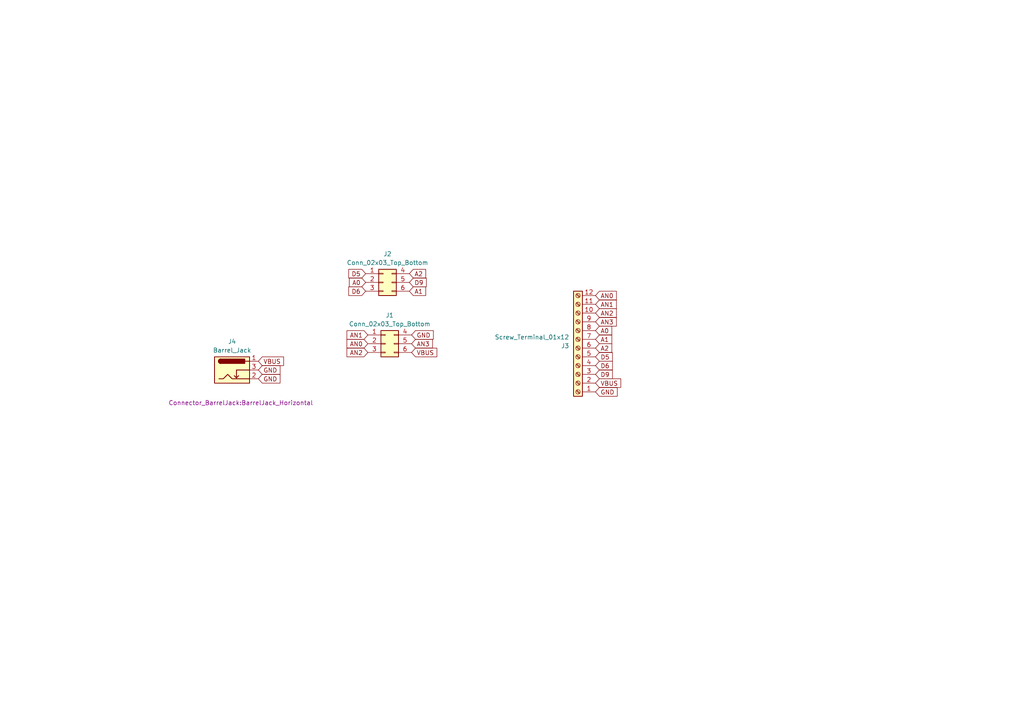
<source format=kicad_sch>
(kicad_sch (version 20230121) (generator eeschema)
  (paper "A4")
  (lib_symbols
    (symbol "Connector:Barrel_Jack_Switch" (pin_names hide)
      (property "Reference" "J" (at 0 5.334 0))
      (property "Value" "Barrel_Jack_Switch" (at 0 -5.08 0))
      (symbol "Barrel_Jack_Switch_0_1"
        (rectangle (start -5.08 3.81) (end 5.08 -3.81) (stroke (width 0.254)) (fill (type background)))
        (arc (start -3.302 3.175) (mid -3.9343 2.54) (end -3.302 1.905) (stroke (width 0.254)))
        (arc (start -3.302 3.175) (mid -3.9343 2.54) (end -3.302 1.905) (stroke (width 0.254)) (fill (type outline)))
        (polyline (pts (xy 1.27 -2.286) (xy 1.905 -1.651)) (stroke (width 0.254)))
        (polyline (pts (xy 5.08 2.54) (xy 3.81 2.54)) (stroke (width 0.254)))
        (polyline (pts (xy 5.08 0) (xy 1.27 0) (xy 1.27 -2.286) (xy 0.635 -1.651)) (stroke (width 0.254)))
        (polyline (pts (xy -3.81 -2.54) (xy -2.54 -2.54) (xy -1.27 -1.27) (xy 0 -2.54) (xy 2.54 -2.54) (xy 5.08 -2.54)) (stroke (width 0.254)))
        (rectangle (start 3.683 3.175) (end -3.302 1.905) (stroke (width 0.254)) (fill (type outline)))
      )
      (symbol "Barrel_Jack_Switch_1_1"
        (pin passive line (at 7.62 2.54 180) (length 2.54) (name "~") (number "1"))
        (pin passive line (at 7.62 -2.54 180) (length 2.54) (name "~") (number "2"))
        (pin passive line (at 7.62 0 180) (length 2.54) (name "~") (number "3"))
      )
    )
    (symbol "Connector:Screw_Terminal_01x12" (pin_names (offset 1.016) hide)
      (property "Reference" "J" (at 0 15.24 0))
      (property "Value" "Screw_Terminal_01x12" (at 0 -17.78 0))
      (symbol "Screw_Terminal_01x12_1_1"
        (rectangle (start -1.27 13.97) (end 1.27 -16.51) (stroke (width 0.254)) (fill (type background)))
        (circle (center 0 -15.24) (radius 0.635) (stroke (width 0.1524)))
        (circle (center 0 -12.7) (radius 0.635) (stroke (width 0.1524)))
        (circle (center 0 -10.16) (radius 0.635) (stroke (width 0.1524)))
        (circle (center 0 -7.62) (radius 0.635) (stroke (width 0.1524)))
        (circle (center 0 -5.08) (radius 0.635) (stroke (width 0.1524)))
        (circle (center 0 -2.54) (radius 0.635) (stroke (width 0.1524)))
        (polyline (pts (xy -0.5334 -14.9098) (xy 0.3302 -15.748)) (stroke (width 0.1524)))
        (polyline (pts (xy -0.5334 -12.3698) (xy 0.3302 -13.208)) (stroke (width 0.1524)))
        (polyline (pts (xy -0.5334 -9.8298) (xy 0.3302 -10.668)) (stroke (width 0.1524)))
        (polyline (pts (xy -0.5334 -7.2898) (xy 0.3302 -8.128)) (stroke (width 0.1524)))
        (polyline (pts (xy -0.5334 -4.7498) (xy 0.3302 -5.588)) (stroke (width 0.1524)))
        (polyline (pts (xy -0.5334 -2.2098) (xy 0.3302 -3.048)) (stroke (width 0.1524)))
        (polyline (pts (xy -0.5334 0.3302) (xy 0.3302 -0.508)) (stroke (width 0.1524)))
        (polyline (pts (xy -0.5334 2.8702) (xy 0.3302 2.032)) (stroke (width 0.1524)))
        (polyline (pts (xy -0.5334 5.4102) (xy 0.3302 4.572)) (stroke (width 0.1524)))
        (polyline (pts (xy -0.5334 7.9502) (xy 0.3302 7.112)) (stroke (width 0.1524)))
        (polyline (pts (xy -0.5334 10.4902) (xy 0.3302 9.652)) (stroke (width 0.1524)))
        (polyline (pts (xy -0.5334 13.0302) (xy 0.3302 12.192)) (stroke (width 0.1524)))
        (polyline (pts (xy -0.3556 -14.732) (xy 0.508 -15.5702)) (stroke (width 0.1524)))
        (polyline (pts (xy -0.3556 -12.192) (xy 0.508 -13.0302)) (stroke (width 0.1524)))
        (polyline (pts (xy -0.3556 -9.652) (xy 0.508 -10.4902)) (stroke (width 0.1524)))
        (polyline (pts (xy -0.3556 -7.112) (xy 0.508 -7.9502)) (stroke (width 0.1524)))
        (polyline (pts (xy -0.3556 -4.572) (xy 0.508 -5.4102)) (stroke (width 0.1524)))
        (polyline (pts (xy -0.3556 -2.032) (xy 0.508 -2.8702)) (stroke (width 0.1524)))
        (polyline (pts (xy -0.3556 0.508) (xy 0.508 -0.3302)) (stroke (width 0.1524)))
        (polyline (pts (xy -0.3556 3.048) (xy 0.508 2.2098)) (stroke (width 0.1524)))
        (polyline (pts (xy -0.3556 5.588) (xy 0.508 4.7498)) (stroke (width 0.1524)))
        (polyline (pts (xy -0.3556 8.128) (xy 0.508 7.2898)) (stroke (width 0.1524)))
        (polyline (pts (xy -0.3556 10.668) (xy 0.508 9.8298)) (stroke (width 0.1524)))
        (polyline (pts (xy -0.3556 13.208) (xy 0.508 12.3698)) (stroke (width 0.1524)))
        (circle (center 0 0) (radius 0.635) (stroke (width 0.1524)))
        (circle (center 0 2.54) (radius 0.635) (stroke (width 0.1524)))
        (circle (center 0 5.08) (radius 0.635) (stroke (width 0.1524)))
        (circle (center 0 7.62) (radius 0.635) (stroke (width 0.1524)))
        (circle (center 0 10.16) (radius 0.635) (stroke (width 0.1524)))
        (circle (center 0 12.7) (radius 0.635) (stroke (width 0.1524)))
        (pin passive line (at -5.08 12.7 0) (length 3.81) (name "Pin_1") (number "1"))
        (pin passive line (at -5.08 -10.16 0) (length 3.81) (name "Pin_10") (number "10"))
        (pin passive line (at -5.08 -12.7 0) (length 3.81) (name "Pin_11") (number "11"))
        (pin passive line (at -5.08 -15.24 0) (length 3.81) (name "Pin_12") (number "12"))
        (pin passive line (at -5.08 10.16 0) (length 3.81) (name "Pin_2") (number "2"))
        (pin passive line (at -5.08 7.62 0) (length 3.81) (name "Pin_3") (number "3"))
        (pin passive line (at -5.08 5.08 0) (length 3.81) (name "Pin_4") (number "4"))
        (pin passive line (at -5.08 2.54 0) (length 3.81) (name "Pin_5") (number "5"))
        (pin passive line (at -5.08 0 0) (length 3.81) (name "Pin_6") (number "6"))
        (pin passive line (at -5.08 -2.54 0) (length 3.81) (name "Pin_7") (number "7"))
        (pin passive line (at -5.08 -5.08 0) (length 3.81) (name "Pin_8") (number "8"))
        (pin passive line (at -5.08 -7.62 0) (length 3.81) (name "Pin_9") (number "9"))
      )
    )
    (symbol "Connector_Generic:Conn_02x03_Top_Bottom" (pin_names (offset 1.016) hide)
      (property "Reference" "J" (at 1.27 5.08 0))
      (property "Value" "Conn_02x03_Top_Bottom" (at 1.27 -5.08 0))
      (symbol "Conn_02x03_Top_Bottom_1_1"
        (rectangle (start -1.27 -2.413) (end 0 -2.667) (stroke (width 0.1524)))
        (rectangle (start -1.27 0.127) (end 0 -0.127) (stroke (width 0.1524)))
        (rectangle (start -1.27 2.667) (end 0 2.413) (stroke (width 0.1524)))
        (rectangle (start -1.27 3.81) (end 3.81 -3.81) (stroke (width 0.254)) (fill (type background)))
        (rectangle (start 3.81 -2.413) (end 2.54 -2.667) (stroke (width 0.1524)))
        (rectangle (start 3.81 0.127) (end 2.54 -0.127) (stroke (width 0.1524)))
        (rectangle (start 3.81 2.667) (end 2.54 2.413) (stroke (width 0.1524)))
        (pin passive line (at -5.08 2.54 0) (length 3.81) (name "Pin_1") (number "1"))
        (pin passive line (at -5.08 0 0) (length 3.81) (name "Pin_2") (number "2"))
        (pin passive line (at -5.08 -2.54 0) (length 3.81) (name "Pin_3") (number "3"))
        (pin passive line (at 7.62 2.54 180) (length 3.81) (name "Pin_4") (number "4"))
        (pin passive line (at 7.62 0 180) (length 3.81) (name "Pin_5") (number "5"))
        (pin passive line (at 7.62 -2.54 180) (length 3.81) (name "Pin_6") (number "6"))
      )
    )
  )
  (global_label "A2" (shape input) (at 172.72 100.965 0) (property "Intersheetrefs" "${INTERSHEET_REFS}" (effects hide)))
  (global_label "AN2" (shape input) (at 106.68 102.235 180) (property "Intersheetrefs" "${INTERSHEET_REFS}" (effects hide)))
  (global_label "D9" (shape input) (at 118.745 81.915 0) (property "Intersheetrefs" "${INTERSHEET_REFS}" (effects hide)))
  (global_label "AN3" (shape input) (at 172.72 93.345 0) (property "Intersheetrefs" "${INTERSHEET_REFS}" (effects hide)))
  (global_label "GND" (shape input) (at 119.38 97.155 0) (property "Intersheetrefs" "${INTERSHEET_REFS}" (effects hide)))
  (global_label "AN0" (shape input) (at 106.68 99.695 180) (property "Intersheetrefs" "${INTERSHEET_REFS}" (effects hide)))
  (global_label "A0" (shape input) (at 106.045 81.915 180) (property "Intersheetrefs" "${INTERSHEET_REFS}" (effects hide)))
  (global_label "VBUS" (shape input) (at 74.93 104.775 0) (property "Intersheetrefs" "${INTERSHEET_REFS}" (effects hide)))
  (global_label "VBUS" (shape input) (at 172.72 111.125 0) (property "Intersheetrefs" "${INTERSHEET_REFS}" (effects hide)))
  (global_label "A2" (shape input) (at 118.745 79.375 0) (property "Intersheetrefs" "${INTERSHEET_REFS}" (effects hide)))
  (global_label "VBUS" (shape input) (at 119.38 102.235 0) (property "Intersheetrefs" "${INTERSHEET_REFS}" (effects hide)))
  (global_label "D9" (shape input) (at 172.72 108.585 0) (property "Intersheetrefs" "${INTERSHEET_REFS}" (effects hide)))
  (global_label "AN2" (shape input) (at 172.72 90.805 0) (property "Intersheetrefs" "${INTERSHEET_REFS}" (effects hide)))
  (global_label "GND" (shape input) (at 74.93 109.855 0) (property "Intersheetrefs" "${INTERSHEET_REFS}" (effects hide)))
  (global_label "D6" (shape input) (at 172.72 106.045 0) (property "Intersheetrefs" "${INTERSHEET_REFS}" (effects hide)))
  (global_label "A0" (shape input) (at 172.72 95.885 0) (property "Intersheetrefs" "${INTERSHEET_REFS}" (effects hide)))
  (global_label "GND" (shape input) (at 172.72 113.665 0) (property "Intersheetrefs" "${INTERSHEET_REFS}" (effects hide)))
  (global_label "D6" (shape input) (at 106.045 84.455 180) (property "Intersheetrefs" "${INTERSHEET_REFS}" (effects hide)))
  (global_label "A1" (shape input) (at 118.745 84.455 0) (property "Intersheetrefs" "${INTERSHEET_REFS}" (effects hide)))
  (global_label "A1" (shape input) (at 172.72 98.425 0) (property "Intersheetrefs" "${INTERSHEET_REFS}" (effects hide)))
  (global_label "AN1" (shape input) (at 172.72 88.265 0) (property "Intersheetrefs" "${INTERSHEET_REFS}" (effects hide)))
  (global_label "AN1" (shape input) (at 106.68 97.155 180) (property "Intersheetrefs" "${INTERSHEET_REFS}" (effects hide)))
  (global_label "GND" (shape input) (at 74.93 107.315 0) (property "Intersheetrefs" "${INTERSHEET_REFS}" (effects hide)))
  (global_label "D5" (shape input) (at 106.045 79.375 180) (property "Intersheetrefs" "${INTERSHEET_REFS}" (effects hide)))
  (global_label "D5" (shape input) (at 172.72 103.505 0) (property "Intersheetrefs" "${INTERSHEET_REFS}" (effects hide)))
  (global_label "AN0" (shape input) (at 172.72 85.725 0) (property "Intersheetrefs" "${INTERSHEET_REFS}" (effects hide)))
  (global_label "AN3" (shape input) (at 119.38 99.695 0) (property "Intersheetrefs" "${INTERSHEET_REFS}" (effects hide)))
  (symbol (lib_id "Connector_Generic:Conn_02x03_Top_Bottom") (at 111.76 99.695 0) (unit 1)
    (property "Reference" "J1" (at 113.03 91.44 0))
    (property "Value" "Conn_02x03_Top_Bottom" (at 113.03 93.98 0))
    (property "Footprint" "Connector_PinSocket_2.54mm:PinSocket_2x03_P2.54mm_Vertical" (effects hide))
  )
  (symbol (lib_id "Connector:Barrel_Jack_Switch") (at 67.31 107.315 0) (unit 1)
    (property "Reference" "J4" (at 67.31 99.06 0))
    (property "Value" "Barrel_Jack" (at 67.31 101.6 0))
    (property "Footprint" "Connector_BarrelJack:BarrelJack_Horizontal" (at 69.85 116.84 0))
  )
  (symbol (lib_id "Connector_Generic:Conn_02x03_Top_Bottom") (at 111.125 81.915 0) (unit 1)
    (property "Reference" "J2" (at 112.395 73.66 0))
    (property "Value" "Conn_02x03_Top_Bottom" (at 112.395 76.2 0))
    (property "Footprint" "Connector_PinSocket_2.54mm:PinSocket_2x03_P2.54mm_Vertical" (effects hide))
  )
  (symbol (lib_id "Connector:Screw_Terminal_01x12") (at 167.64 100.965 180) (unit 1)
    (property "Reference" "J3" (at 165.1 100.33 0) (effects (justify left)))
    (property "Value" "Screw_Terminal_01x12" (at 165.1 97.79 0) (effects (justify left)))
    (property "Footprint" "Connector_Phoenix_MSTB:PhoenixContact_MSTBA_2,5_12-G-5,08_1x12_P5.08mm_Horizontal" (effects hide))
  )
)
</source>
